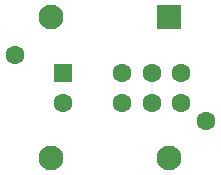
<source format=gbl>
G04 #@! TF.GenerationSoftware,KiCad,Pcbnew,6.0.1-79c1e3a40b~116~ubuntu20.04.1*
G04 #@! TF.CreationDate,2022-01-30T07:26:50-05:00*
G04 #@! TF.ProjectId,herovco_switch,6865726f-7663-46f5-9f73-77697463682e,rev?*
G04 #@! TF.SameCoordinates,Original*
G04 #@! TF.FileFunction,Copper,L2,Bot*
G04 #@! TF.FilePolarity,Positive*
%FSLAX46Y46*%
G04 Gerber Fmt 4.6, Leading zero omitted, Abs format (unit mm)*
G04 Created by KiCad (PCBNEW 6.0.1-79c1e3a40b~116~ubuntu20.04.1) date 2022-01-30 07:26:50*
%MOMM*%
%LPD*%
G01*
G04 APERTURE LIST*
G04 Aperture macros list*
%AMRoundRect*
0 Rectangle with rounded corners*
0 $1 Rounding radius*
0 $2 $3 $4 $5 $6 $7 $8 $9 X,Y pos of 4 corners*
0 Add a 4 corners polygon primitive as box body*
4,1,4,$2,$3,$4,$5,$6,$7,$8,$9,$2,$3,0*
0 Add four circle primitives for the rounded corners*
1,1,$1+$1,$2,$3*
1,1,$1+$1,$4,$5*
1,1,$1+$1,$6,$7*
1,1,$1+$1,$8,$9*
0 Add four rect primitives between the rounded corners*
20,1,$1+$1,$2,$3,$4,$5,0*
20,1,$1+$1,$4,$5,$6,$7,0*
20,1,$1+$1,$6,$7,$8,$9,0*
20,1,$1+$1,$8,$9,$2,$3,0*%
G04 Aperture macros list end*
G04 #@! TA.AperFunction,ComponentPad*
%ADD10RoundRect,0.250001X-0.799999X-0.799999X0.799999X-0.799999X0.799999X0.799999X-0.799999X0.799999X0*%
G04 #@! TD*
G04 #@! TA.AperFunction,ComponentPad*
%ADD11C,2.100000*%
G04 #@! TD*
G04 #@! TA.AperFunction,WasherPad*
%ADD12C,1.600000*%
G04 #@! TD*
G04 #@! TA.AperFunction,ComponentPad*
%ADD13R,1.600000X1.600000*%
G04 #@! TD*
G04 #@! TA.AperFunction,ComponentPad*
%ADD14C,1.600000*%
G04 #@! TD*
G04 APERTURE END LIST*
D10*
G04 #@! TO.P,J13,1,Pin_1*
G04 #@! TO.N,Board_0-/Octave and sync switches/SYNCA_P*
X154999999Y-94499999D03*
G04 #@! TD*
D11*
G04 #@! TO.P,J14,1,Pin_1*
G04 #@! TO.N,Board_0-/Octave and sync switches/SOFT_SYNCA_P*
X154999999Y-106499999D03*
G04 #@! TD*
D12*
G04 #@! TO.P,SW2,*
G04 #@! TO.N,*
X158138199Y-103320399D03*
X141938199Y-97720399D03*
D13*
G04 #@! TO.P,SW2,1,1*
G04 #@! TO.N,Board_0-/Octave and sync switches/HARD_SYNCA_P*
X146038199Y-99270399D03*
D14*
G04 #@! TO.P,SW2,2,2*
G04 #@! TO.N,Board_0-/Octave and sync switches/SYNCA_P*
X151038199Y-99270399D03*
G04 #@! TO.P,SW2,3,3*
G04 #@! TO.N,Board_0-unconnected-(SW2-Pad3)*
X153538199Y-99270399D03*
G04 #@! TO.P,SW2,4,4*
G04 #@! TO.N,Board_0-/Octave and sync switches/SOFT_SYNCA_P*
X156038199Y-99270399D03*
G04 #@! TO.P,SW2,5,5*
G04 #@! TO.N,Board_0-/Octave and sync switches/SOFT_SYNC_OFF_P*
X146038199Y-101770399D03*
G04 #@! TO.P,SW2,6,6*
G04 #@! TO.N,Board_0-/Octave and sync switches/SOFT_SYNCA_P*
X151038199Y-101770399D03*
G04 #@! TO.P,SW2,7,7*
G04 #@! TO.N,Board_0-/Octave and sync switches/SOFT_SYNC_OFF_P*
X153538199Y-101770399D03*
G04 #@! TO.P,SW2,8,8*
G04 #@! TO.N,Board_0-unconnected-(SW2-Pad8)*
X156038199Y-101770399D03*
G04 #@! TD*
D11*
G04 #@! TO.P,J16,1,Pin_1*
G04 #@! TO.N,Board_0-/Octave and sync switches/HARD_SYNCA_P*
X144999999Y-94499999D03*
G04 #@! TD*
G04 #@! TO.P,J15,1,Pin_1*
G04 #@! TO.N,Board_0-/Octave and sync switches/SOFT_SYNC_OFF_P*
X144999999Y-106499999D03*
G04 #@! TD*
M02*

</source>
